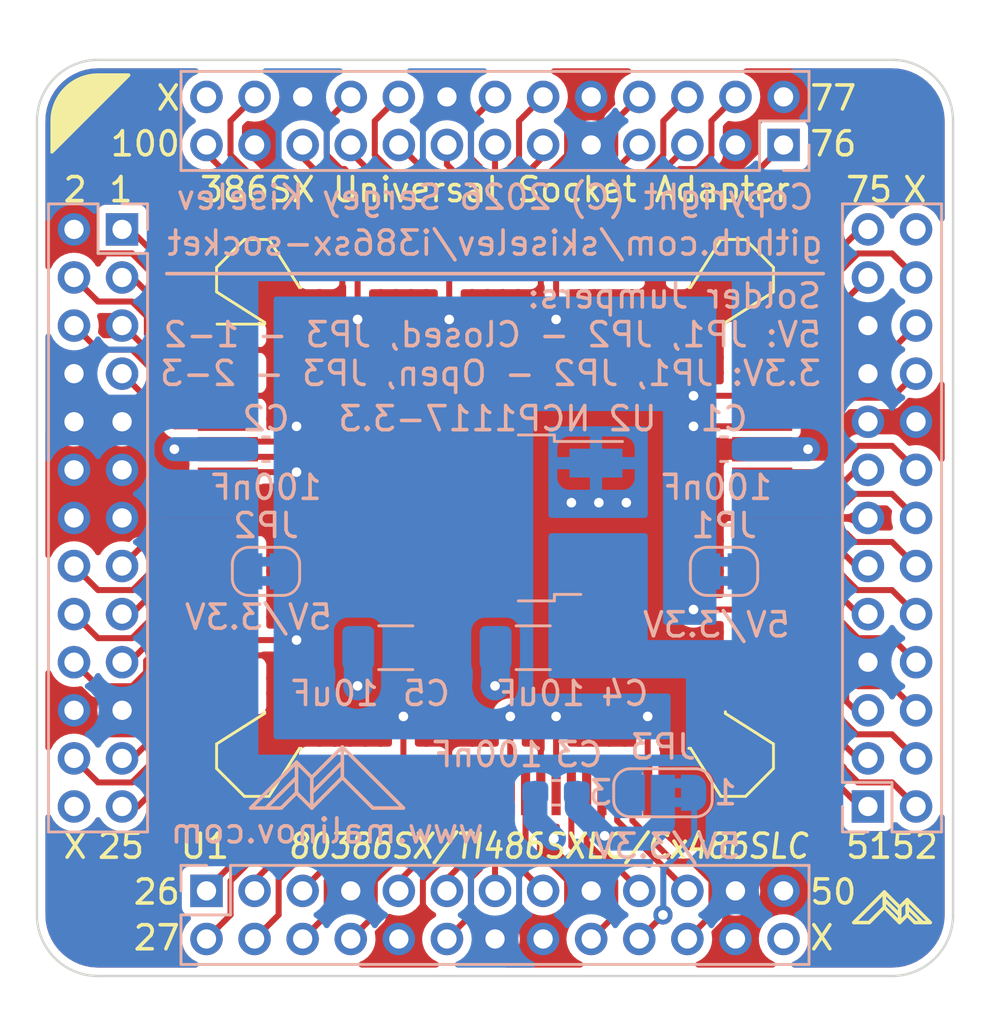
<source format=kicad_pcb>
(kicad_pcb (version 20211014) (generator pcbnew)
  (title_block (title "386SX Universal Socket Adapter") (date "2026-01-27") (rev "1.0") (company "Copyright (C) 2026 Sergey Kiselev") (comment 1 "https://github.com/skiselev/i386sx-socket") (comment 2 "Documentation and design files:"))
  (layers (0 "F.Cu" signal) (31 "B.Cu" signal) (34 "B.Paste" user) (35 "F.Paste" user) (36 "B.SilkS" user "B.Silkscreen") (37 "F.SilkS" user "F.Silkscreen") (38 "B.Mask" user) (39 "F.Mask" user) (44 "Edge.Cuts" user))
  (net 0 "")
  (net 1 "/VCC_CORE")
  (net 2 "GND")
  (net 3 "/~{RPLSET}{slash}VCC5")
  (net 4 "VCC")
  (net 5 "/D0")
  (net 6 "/HOLD")
  (net 7 "/HLDA")
  (net 8 "/~{NA}")
  (net 9 "/~{READY}")
  (net 10 "/~{ADS}")
  (net 11 "/CLK2")
  (net 12 "/A1")
  (net 13 "/~{BLE}")
  (net 14 "/~{SMADS}")
  (net 15 "/~{BHE}")
  (net 16 "/D{slash}~{C}")
  (net 17 "/M{slash}~{IO}")
  (net 18 "/W{slash}~{R}")
  (net 19 "/NC")
  (net 20 "/~{LOCK}")
  (net 21 "/~{KEN}")
  (net 22 "/~{FLT}")
  (net 23 "/~{A20M}")
  (net 24 "/~{FLUSH}")
  (net 25 "/RESET")
  (net 26 "/~{BUSY}")
  (net 27 "/PEREQ")
  (net 28 "/~{ERROR}")
  (net 29 "/NMI")
  (net 30 "/INTR")
  (net 31 "/~{SUSP}")
  (net 32 "/~{RPLSET}")
  (net 33 "/~{SUSPA}")
  (net 34 "/~{SMI}")
  (net 35 "/~{RPLVAL}")
  (net 36 "/A3")
  (net 37 "/A2")
  (net 38 "/A5")
  (net 39 "/A4")
  (net 40 "/A7")
  (net 41 "/A6")
  (net 42 "/A8")
  (net 43 "/A10")
  (net 44 "/A9")
  (net 45 "/A12")
  (net 46 "/A11")
  (net 47 "/A13")
  (net 48 "/A15")
  (net 49 "/A14")
  (net 50 "/A16")
  (net 51 "/A17")
  (net 52 "/A19")
  (net 53 "/A18")
  (net 54 "/A20")
  (net 55 "/A21")
  (net 56 "/A22")
  (net 57 "/D15")
  (net 58 "/A23")
  (net 59 "/D13")
  (net 60 "/D14")
  (net 61 "/D11")
  (net 62 "/D12")
  (net 63 "/D9")
  (net 64 "/D10")
  (net 65 "/D8")
  (net 66 "/D6")
  (net 67 "/D7")
  (net 68 "/D4")
  (net 69 "/D5")
  (net 70 "/D3")
  (net 71 "/D2")
  (net 72 "/D1")
  (footprint "My_Components:PQFP-100_19x19mm_P0.635mm_i386sx" (layer "F.Cu") (at 146.05 82.55)
    (fp_text reference "U1")
    (fp_text value "80386SX/TI486SXLC/Cx486SLC")
  )
  (footprint "Jumper:SolderJumper-2_P1.3mm_Bridged2Bar_RoundedPad1.0x1.5mm" (layer "B.Cu") (at 136.525 84.7725)
    (fp_text reference "JP2")
    (fp_text value "5V/3.3V")
  )
  (footprint "Capacitor_SMD:C_0603_1608Metric_Pad1.08x0.95mm_HandSolder" (layer "B.Cu") (at 148.59 93.98 180)
    (fp_text reference "C3")
    (fp_text value "100nF")
  )
  (footprint "Connector_PinHeader_2.00mm:PinHeader_2x13_P2.00mm_Vertical" (layer "B.Cu") (at 158.05 67.04 90)
    (fp_text reference "J4" hide)
    (fp_text value "CPU 76-100")
  )
  (footprint "Capacitor_SMD:C_0603_1608Metric_Pad1.08x0.95mm_HandSolder" (layer "B.Cu") (at 136.525 79.6925 180)
    (fp_text reference "C2")
    (fp_text value "100nF")
  )
  (footprint "Jumper:SolderJumper-3_P1.3mm_Bridged2Bar12_RoundedPad1.0x1.5mm_NumberLabels" (layer "B.Cu") (at 153.035 93.98 180)
    (fp_text reference "JP3")
    (fp_text value "5V/3.3V")
  )
  (footprint "Capacitor_SMD:C_0603_1608Metric_Pad1.08x0.95mm_HandSolder" (layer "B.Cu") (at 155.575 79.6925)
    (fp_text reference "C1")
    (fp_text value "100nF")
  )
  (footprint "Jumper:SolderJumper-2_P1.3mm_Bridged2Bar_RoundedPad1.0x1.5mm" (layer "B.Cu") (at 155.575 84.7725 180)
    (fp_text reference "JP1")
    (fp_text value "5V/3.3V")
  )
  (footprint "Connector_PinHeader_2.00mm:PinHeader_2x13_P2.00mm_Vertical" (layer "B.Cu") (at 134.05 98.06 -90)
    (fp_text reference "J2" hide)
    (fp_text value "CPU 26-50")
  )
  (footprint "Connector_PinHeader_2.00mm:PinHeader_2x13_P2.00mm_Vertical" (layer "B.Cu") (at 161.56 94.55)
    (fp_text reference "J3" hide)
    (fp_text value "CPU 51-75")
  )
  (footprint "Capacitor_SMD:C_1206_3216Metric_Pad1.33x1.80mm_HandSolder" (layer "B.Cu") (at 141.9225 87.9475 180)
    (fp_text reference "C5")
    (fp_text value "10uF")
  )
  (footprint "Package_TO_SOT_SMD:TO-252-2" (layer "B.Cu") (at 146.05 82.55 180)
    (fp_text reference "U2")
    (fp_text value "NCP1117-3.3")
  )
  (footprint "Capacitor_SMD:C_1206_3216Metric_Pad1.33x1.80mm_HandSolder" (layer "B.Cu") (at 147.6375 87.9475 180)
    (fp_text reference "C4")
    (fp_text value "10uF")
  )
  (footprint "Connector_PinHeader_2.00mm:PinHeader_2x13_P2.00mm_Vertical" (layer "B.Cu") (at 130.54 70.55 180)
    (fp_text reference "J1" hide)
    (fp_text value "CPU 1-25")
  )
  (gr_line (start 137.795 93.345) (end 136.525 94.615) (layer "B.SilkS") (width 0.15))
  (gr_line (start 139.7 92.075) (end 138.43 93.345) (layer "B.SilkS") (width 0.15))
  (gr_line (start 137.16 94.615) (end 137.795 93.98) (layer "B.SilkS") (width 0.15))
  (gr_line (start 138.43 93.345) (end 138.43 94.615) (layer "B.SilkS") (width 0.15))
  (gr_line (start 137.795 93.98) (end 138.43 94.615) (layer "B.SilkS") (width 0.15))
  (gr_line (start 140.97 94.615) (end 142.24 94.615) (layer "B.SilkS") (width 0.15))
  (gr_line (start 137.795 92.71) (end 135.89 94.615) (layer "B.SilkS") (width 0.15))
  (gr_line (start 139.7 92.71) (end 138.43 93.98) (layer "B.SilkS") (width 0.15))
  (gr_line (start 132.3975 72.39) (end 159.7025 72.39) (layer "B.SilkS") (width 0.15))
  (gr_line (start 139.7 92.075) (end 139.7 93.345) (layer "B.SilkS") (width 0.15))
  (gr_line (start 139.7 93.345) (end 140.97 94.615) (layer "B.SilkS") (width 0.15))
  (gr_line (start 137.795 92.71) (end 137.795 93.98) (layer "B.SilkS") (width 0.15))
  (gr_line (start 138.43 93.345) (end 137.795 92.71) (layer "B.SilkS") (width 0.15))
  (gr_line (start 138.43 94.615) (end 139.7 93.345) (layer "B.SilkS") (width 0.15))
  (gr_line (start 135.89 94.615) (end 137.16 94.615) (layer "B.SilkS") (width 0.15))
  (gr_line (start 142.24 94.615) (end 139.7 92.075) (layer "B.SilkS") (width 0.15))
  (gr_line (start 163.195 99.06) (end 162.8775 99.3775) (layer "F.SilkS") (width 0.15))
  (gr_line (start 163.195 98.425) (end 163.195 99.06) (layer "F.SilkS") (width 0.15))
  (gr_line (start 163.195 98.425) (end 164.1475 99.3775) (layer "F.SilkS") (width 0.15))
  (gr_line (start 162.8775 99.3775) (end 162.2425 98.7425) (layer "F.SilkS") (width 0.15))
  (gr_line (start 162.2425 98.1075) (end 162.2425 98.7425) (layer "F.SilkS") (width 0.15))
  (gr_line (start 163.195 99.06) (end 163.195 98.7425) (layer "F.SilkS") (width 0.15))
  (gr_line (start 164.1475 99.3775) (end 163.5125 99.3775) (layer "F.SilkS") (width 0.15))
  (gr_poly (pts (xy 127.635 67.31) (xy 127.635 66.04) (xy 127.9525 65.0875) (xy 128.5875 64.4525) (xy 129.54 64.135) (xy 130.81 64.135)) (layer "F.SilkS") (width 0.15) (fill solid))
  (gr_line (start 162.8775 99.06) (end 162.8775 99.3775) (layer "F.SilkS") (width 0.15))
  (gr_arc (start 127.635 66.04) (mid 128.192962 64.692962) (end 129.54 64.135) (layer "F.SilkS") (width 0.15))
  (gr_line (start 163.5125 99.3775) (end 163.195 99.06) (layer "F.SilkS") (width 0.15))
  (gr_line (start 162.2425 98.425) (end 162.8775 99.06) (layer "F.SilkS") (width 0.15))
  (gr_line (start 162.2425 98.7425) (end 162.2425 98.425) (layer "F.SilkS") (width 0.15))
  (gr_line (start 162.2425 98.1075) (end 162.8775 98.7425) (layer "F.SilkS") (width 0.15))
  (gr_line (start 161.6075 99.3775) (end 160.9725 99.3775) (layer "F.SilkS") (width 0.15))
  (gr_line (start 162.8775 99.06) (end 162.8775 98.7425) (layer "F.SilkS") (width 0.15))
  (gr_line (start 162.2425 98.7425) (end 161.6075 99.3775) (layer "F.SilkS") (width 0.15))
  (gr_line (start 160.9725 99.3775) (end 162.2425 98.1075) (layer "F.SilkS") (width 0.15))
  (gr_line (start 162.8775 98.7425) (end 163.195 98.425) (layer "F.SilkS") (width 0.15))
  (gr_line (start 162.8775 98.7425) (end 162.8775 99.06) (layer "F.SilkS") (width 0.15))
  (gr_line (start 163.195 98.7425) (end 163.83 99.3775) (layer "F.SilkS") (width 0.15))
  (gr_arc (start 129.54 101.6) (mid 127.743949 100.856051) (end 127 99.06) (layer "Edge.Cuts") (width 0.1))
  (gr_line (start 127 66.04) (end 127 99.06) (layer "Edge.Cuts") (width 0.1))
  (gr_arc (start 165.1 99.06) (mid 164.356051 100.856051) (end 162.56 101.6) (layer "Edge.Cuts") (width 0.1))
  (gr_line (start 162.56 63.5) (end 129.54 63.5) (layer "Edge.Cuts") (width 0.1))
  (gr_line (start 129.54 101.6) (end 162.56 101.6) (layer "Edge.Cuts") (width 0.1))
  (gr_arc (start 127 66.04) (mid 127.743949 64.243949) (end 129.54 63.5) (layer "Edge.Cuts") (width 0.1))
  (gr_line (start 165.1 99.06) (end 165.1 66.04) (layer "Edge.Cuts") (width 0.1))
  (gr_arc (start 162.56 63.5) (mid 164.356051 64.243949) (end 165.1 66.04) (layer "Edge.Cuts") (width 0.1))
  (gr_text "Copyright (C) 2026 Sergey Kiselev" (at 146.05 69.215) (layer "B.SilkS") (effects (font (size 1 1)) (justify mirror)))
  (gr_text "github.com/skiselev/i386sx-socket" (at 146.05 71.12) (layer "B.SilkS") (effects (font (size 1 1)) (justify mirror)))
  (gr_text "www.malinov.com" (at 139.065 95.5675) (layer "B.SilkS") (effects (font (size 1 1)) (justify mirror)))
  (gr_text "Solder Jumpers:\n5V: JP1, JP2 - Closed, JP3 - 1-2\n3.3V: JP1, JP2 - Open, JP3 - 2-3" (at 159.7025 74.93) (layer "B.SilkS") (effects (font (size 1 1)) (justify left mirror)))
  (gr_text "X" (at 159.0675 100.0125) (layer "F.SilkS") (effects (font (size 1 1)) (justify left)))
  (gr_text "50" (at 159.0675 98.1075) (layer "F.SilkS") (effects (font (size 1 1)) (justify left)))
  (gr_text "1" (at 130.4925 68.8975) (layer "F.SilkS") (effects (font (size 1 1))))
  (gr_text "77" (at 159.0675 65.0875) (layer "F.SilkS") (effects (font (size 1 1)) (justify left)))
  (gr_text "51" (at 161.6075 96.2025) (layer "F.SilkS") (effects (font (size 1 1))))
  (gr_text "X" (at 128.5875 96.2025) (layer "F.SilkS") (effects (font (size 1 1))))
  (gr_text "27" (at 133.0325 100.0125) (layer "F.SilkS") (effects (font (size 1 1)) (justify right)))
  (gr_text "X" (at 163.5125 68.8975) (layer "F.SilkS") (effects (font (size 1 1))))
  (gr_text "75" (at 161.6075 68.8975) (layer "F.SilkS") (effects (font (size 1 1))))
  (gr_text "386SX Universal Socket Adapter" (at 146.05 68.8975) (layer "F.SilkS") (effects (font (size 1 1))))
  (gr_text "26" (at 133.0325 98.1075) (layer "F.SilkS") (effects (font (size 1 1)) (justify right)))
  (gr_text "100" (at 133.0325 66.9925) (layer "F.SilkS") (effects (font (size 1 1)) (justify right)))
  (gr_text "25" (at 130.4925 96.2025) (layer "F.SilkS") (effects (font (size 1 1))))
  (gr_text "2" (at 128.5875 68.8975) (layer "F.SilkS") (effects (font (size 1 1))))
  (gr_text "52" (at 163.5125 96.2025) (layer "F.SilkS") (effects (font (size 1 1))))
  (gr_text "76" (at 159.0675 66.9925) (layer "F.SilkS") (effects (font (size 1 1)) (justify left)))
  (gr_text "X" (at 133.0325 65.0875) (layer "F.SilkS") (effects (font (size 1 1)) (justify right)))
  (segment (start 144.145 74.295) (end 144.145 71.4375) (width 0.25) (layer "F.Cu") (net 1))
  (segment (start 137.795 80.01) (end 137.795 80.645) (width 0.25) (layer "F.Cu") (net 1))
  (segment (start 137.795 80.01) (end 134.9375 80.01) (width 0.25) (layer "F.Cu") (net 1))
  (segment (start 148.59 74.295) (end 148.59 71.4375) (width 0.25) (layer "F.Cu") (net 1))
  (segment (start 140.335 71.4375) (end 140.335 74.295) (width 0.25) (layer "F.Cu") (net 1))
  (segment (start 137.795 79.375) (end 137.795 78.74) (width 0.25) (layer "F.Cu") (net 1))
  (segment (start 148.59 90.805) (end 148.59 93.6625) (width 0.25) (layer "F.Cu") (net 1))
  (segment (start 134.9375 87.63) (end 137.795 87.63) (width 0.25) (layer "F.Cu") (net 1))
  (segment (start 137.795 78.74) (end 137.795 80.01) (width 0.25) (layer "F.Cu") (net 1))
  (segment (start 134.9375 79.375) (end 137.795 79.375) (width 0.25) (layer "F.Cu") (net 1))
  (segment (start 142.24 93.6625) (end 142.24 90.805) (width 0.25) (layer "F.Cu") (net 1))
  (segment (start 146.685 90.805) (end 146.685 93.6625) (width 0.25) (layer "F.Cu") (net 1))
  (segment (start 154.305 78.74) (end 157.1625 78.74) (width 0.25) (layer "F.Cu") (net 1))
  (segment (start 137.795 80.645) (end 134.9375 80.645) (width 0.25) (layer "F.Cu") (net 1))
  (segment (start 157.1625 77.47) (end 154.305 77.47) (width 0.25) (layer "F.Cu") (net 1))
  (segment (start 152.4 90.805) (end 152.4 93.6625) (width 0.25) (layer "F.Cu") (net 1))
  (segment (start 157.1625 86.36) (end 154.305 86.36) (width 0.25) (layer "F.Cu") (net 1))
  (via (at 154.305 86.36) (size 0.8) (drill 0.4) (layers "F.Cu" "B.Cu") (net 1))
  (via (at 140.335 74.295) (size 0.8) (drill 0.4) (layers "F.Cu" "B.Cu") (net 1))
  (via (at 154.305 77.47) (size 0.8) (drill 0.4) (layers "F.Cu" "B.Cu") (net 1))
  (via (at 152.4 90.805) (size 0.8) (drill 0.4) (layers "F.Cu" "B.Cu") (net 1))
  (via (at 137.795 80.645) (size 0.8) (drill 0.4) (layers "F.Cu" "B.Cu") (net 1))
  (via (at 137.795 87.63) (size 0.8) (drill 0.4) (layers "F.Cu" "B.Cu") (net 1))
  (via (at 137.795 78.74) (size 0.8) (drill 0.4) (layers "F.Cu" "B.Cu") (net 1))
  (via (at 142.24 90.805) (size 0.8) (drill 0.4) (layers "F.Cu" "B.Cu") (net 1))
  (via (at 148.59 74.295) (size 0.8) (drill 0.4) (layers "F.Cu" "B.Cu") (net 1))
  (via (at 146.685 90.805) (size 0.8) (drill 0.4) (layers "F.Cu" "B.Cu") (net 1))
  (via (at 144.145 74.295) (size 0.8) (drill 0.4) (layers "F.Cu" "B.Cu") (net 1))
  (via (at 154.305 78.74) (size 0.8) (drill 0.4) (layers "F.Cu" "B.Cu") (net 1))
  (via (at 148.59 90.805) (size 0.8) (drill 0.4) (layers "F.Cu" "B.Cu") (net 1))
  (segment (start 144.145 74.295) (end 148.59 74.295) (width 0.25) (layer "B.Cu") (net 1))
  (segment (start 137.795 90.805) (end 137.795 87.63) (width 0.25) (layer "B.Cu") (net 1))
  (segment (start 137.795 78.74) (end 137.795 74.295) (width 0.25) (layer "B.Cu") (net 1))
  (segment (start 152.4 90.805) (end 148.59 90.805) (width 0.25) (layer "B.Cu") (net 1))
  (segment (start 148.59 90.805) (end 146.685 90.805) (width 0.25) (layer "B.Cu") (net 1))
  (segment (start 148.59 74.295) (end 154.305 74.295) (width 0.25) (layer "B.Cu") (net 1))
  (segment (start 137.795 74.295) (end 140.335 74.295) (width 0.25) (layer "B.Cu") (net 1))
  (segment (start 137.795 80.645) (end 137.795 78.74) (width 0.25) (layer "B.Cu") (net 1))
  (segment (start 137.175 84.7725) (end 137.795 84.7725) (width 0.25) (layer "B.Cu") (net 1))
  (segment (start 146.685 90.805) (end 142.24 90.805) (width 0.25) (layer "B.Cu") (net 1))
  (segment (start 154.305 74.295) (end 154.305 77.47) (width 0.25) (layer "B.Cu") (net 1))
  (segment (start 142.24 90.805) (end 137.795 90.805) (width 0.25) (layer "B.Cu") (net 1))
  (segment (start 137.795 84.7725) (end 137.795 82.55) (width 0.25) (layer "B.Cu") (net 1))
  (segment (start 140.335 74.295) (end 144.145 74.295) (width 0.25) (layer "B.Cu") (net 1))
  (segment (start 137.795 87.63) (end 137.795 84.7725) (width 0.25) (layer "B.Cu") (net 1))
  (segment (start 154.305 78.74) (end 154.305 77.47) (width 0.25) (layer "B.Cu") (net 1))
  (segment (start 154.305 86.36) (end 154.305 78.74) (width 0.25) (layer "B.Cu") (net 1))
  (segment (start 137.795 82.55) (end 137.795 80.645) (width 0.25) (layer "B.Cu") (net 1))
  (segment (start 147.955 93.6625) (end 147.955 96.52) (width 0.25) (layer "F.Cu") (net 2))
  (segment (start 139.3825 89.8525) (end 140.335 89.8525) (width 0.25) (layer "F.Cu") (net 2))
  (segment (start 139.3825 89.8525) (end 144.145 89.8525) (width 0.25) (layer "F.Cu") (net 2))
  (segment (start 152.7175 73.66) (end 152.4 73.3425) (width 0.25) (layer "F.Cu") (net 2))
  (segment (start 138.7475 75.2475) (end 138.7475 75.565) (width 0.25) (layer "F.Cu") (net 2))
  (segment (start 143.050489 99.059511) (end 143.050489 97.614511) (width 0.25) (layer "F.Cu") (net 2))
  (segment (start 147.6375 91.44) (end 147.955 91.7575) (width 0.25) (layer "F.Cu") (net 2))
  (segment (start 158.05 98.06) (end 155.875 95.885) (width 0.25) (layer "F.Cu") (net 2))
  (segment (start 138.7475 82.55) (end 134.9375 82.55) (width 0.25) (layer "F.Cu") (net 2))
  (segment (start 129.539511 91.549511) (end 131.017989 91.549511) (width 0.25) (layer "F.Cu") (net 2))
  (segment (start 136.8425 81.28) (end 137.4775 81.915) (width 0.25) (layer "F.Cu") (net 2))
  (segment (start 130.589241 74.55) (end 130.54 74.55) (width 0.25) (layer "F.Cu") (net 2))
  (segment (start 131.175 83.185) (end 130.54 82.55) (width 0.25) (layer "F.Cu") (net 2))
  (segment (start 138.7475 83.185) (end 134.9375 83.185) (width 0.25) (layer "F.Cu") (net 2))
  (segment (start 147.6375 75.2475) (end 147.6375 73.66) (width 0.25) (layer "F.Cu") (net 2))
  (segment (start 137.4775 81.915) (end 134.9375 81.915) (width 0.25) (layer "F.Cu") (net 2))
  (segment (start 133.511396 75.565) (end 132.52952 74.583124) (width 0.25) (layer "F.Cu") (net 2))
  (segment (start 153.035 71.4375) (end 153.035 69.375678) (width 0.25) (layer "F.Cu") (net 2))
  (segment (start 138.7475 88.5825) (end 138.7475 83.185) (width 0.25) (layer "F.Cu") (net 2))
  (segment (start 131.539511 90.075489) (end 133.35 88.265) (width 0.25) (layer "F.Cu") (net 2))
  (segment (start 144.145 96.52) (end 144.145 93.6625) (width 0.25) (layer "F.Cu") (net 2))
  (segment (start 134.9375 75.565) (end 133.511396 75.565) (width 0.25) (layer "F.Cu") (net 2))
  (segment (start 153.035 73.3425) (end 153.035 71.4375) (width 0.25) (layer "F.Cu") (net 2))
  (segment (start 152.4 73.3425) (end 152.4 71.4375) (width 0.25) (layer "F.Cu") (net 2))
  (segment (start 157.1625 80.01) (end 159.7025 80.01) (width 0.25) (layer "F.Cu") (net 2))
  (segment (start 154.94 68.58) (end 156.05 67.47) (width 0.25) (layer "F.Cu") (net 2))
  (segment (start 132.52952 73.125997) (end 130.953034 71.549511) (width 0.25) (layer "F.Cu") (net 2))
  (segment (start 147.955 71.4375) (end 147.955 68.548523) (width 0.25) (layer "F.Cu") (net 2))
  (segment (start 131.27 81.28) (end 130.54 80.55) (width 0.25) (layer "F.Cu") (net 2))
  (segment (start 134.9375 81.28) (end 131.27 81.28) (width 0.25) (layer "F.Cu") (net 2))
  (segment (start 153.3525 79.6925) (end 154.94 79.6925) (width 0.25) (layer "F.Cu") (net 2))
  (segment (start 148.5005 95.9745) (end 147.955 96.52) (width 0.25) (layer "F.Cu") (net 2))
  (segment (start 149.049511 97.614511) (end 149.049511 99.060489) (width 0.25) (layer "F.Cu") (net 2))
  (segment (start 161.56 78.55) (end 163.56 78.55) (width 0.25) (layer "F.Cu") (net 2))
  (segment (start 153.3525 95.885) (end 153.035 95.5675) (width 0.25) (layer "F.Cu") (net 2))
  (segment (start 138.7475 75.565) (end 134.9375 75.565) (width 0.25) (layer "F.Cu") (net 2))
  (segment (start 140.335 89.8525) (end 140.335 89.535) (width 0.25) (layer "F.Cu") (net 2))
  (segment (start 153.035 95.5675) (end 153.035 93.6625) (width 0.25) (layer "F.Cu") (net 2))
  (segment (start 155.875 95.885) (end 153.67 95.885) (width 0.25) (layer "F.Cu") (net 2))
  (segment (start 131.539511 91.027989) (end 131.539511 90.075489) (width 0.25) (layer "F.Cu") (net 2))
  (segment (start 138.7475 77.47) (end 134.9375 77.47) (width 0.25) (layer "F.Cu") (net 2))
  (segment (start 149.049511 67.454012) (end 149.049511 66.040489) (width 0.25) (layer "F.Cu") (net 2))
  (segment (start 134.9375 88.265) (end 136.8425 88.265) (width 0.25) (layer "F.Cu") (net 2))
  (segment (start 149.049511 99.060489) (end 148.05 100.06) (width 0.25) (layer "F.Cu") (net 2))
  (segment (start 138.111782 68.2625) (end 137.2725 68.2625) (width 0.25) (layer "F.Cu") (net 2))
  (segment (start 134.9375 81.28) (end 136.8425 81.28) (width 0.25) (layer "F.Cu") (net 2))
  (segment (start 139.7 69.850718) (end 138.111782 68.2625) (width 0.25) (layer "F.Cu") (net 2))
  (segment (start 142.05 100.06) (end 143.050489 99.059511) (width 0.25) (layer "F.Cu") (net 2))
  (segment (start 147.955 73.3425) (end 147.955 71.4375) (width 0.25) (layer "F.Cu") (net 2))
  (segment (start 147.955 68.548523) (end 149.049511 67.454012) (width 0.25) (layer "F.Cu") (net 2))
  (segment (start 157.1625 79.375) (end 160.3375 79.375) (width 0.25) (layer "F.Cu") (net 2))
  (segment (start 132.52952 74.583124) (end 132.52952 73.125997) (width 0.25) (layer "F.Cu") (net 2))
  (segment (start 153.3525 91.44) (end 153.035 91.7575) (width 0.25) (layer "F.Cu") (net 2))
  (segment (start 128.54 90.55) (end 129.539511 91.549511) (width 0.25) (layer "F.Cu") (net 2))
  (segment (start 153.67 91.7575) (end 153.3525 91.44) (width 0.25) (layer "F.Cu") (net 2))
  (segment (start 131.017989 91.549511) (end 131.539511 91.027989) (width 0.25) (layer "F.Cu") (net 2))
  (segment (start 138.7475 81.915) (end 137.4775 81.915) (width 0.25) (layer "F.Cu") (net 2))
  (segment (start 139.7 71.4375) (end 139.7 69.850718) (width 0.25) (layer "F.Cu") (net 2))
  (segment (start 147.955 96.52) (end 149.049511 97.614511) (width 0.25) (layer "F.Cu") (net 2))
  (segment (start 157.1625 82.55) (end 161.56 82.55) (width 0.25) (layer "F.Cu") (net 2))
  (segment (start 147.6375 89.8525) (end 147.6375 91.44) (width 0.25) (layer "F.Cu") (net 2))
  (segment (start 144.145 89.8525) (end 147.6375 89.8525) (width 0.25) (layer "F.Cu") (net 2))
  (segment (start 154.94 79.6925) (end 155.2575 79.375) (width 0.25) (layer "F.Cu") (net 2))
  (segment (start 139.3825 73.66) (end 139.3825 75.2475) (width 0.25) (layer "F.Cu") (net 2))
  (segment (start 152.7175 75.2475) (end 153.3525 75.2475) (width 0.25) (layer "F.Cu") (net 2))
  (segment (start 155.2575 79.375) (end 157.1625 79.375) (width 0.25) (layer "F.Cu") (net 2))
  (segment (start 153.035 69.375678) (end 153.115339 69.295339) (width 0.25) (layer "F.Cu") (net 2))
  (segment (start 152.4 70.010677) (end 153.115339 69.295339) (width 0.25) (layer "F.Cu") (net 2))
  (segment (start 137.2725 68.2625) (end 136.05 67.04) (width 0.25) (layer "F.Cu") (net 2))
  (segment (start 138.7475 83.185) (end 138.7475 82.55) (width 0.25) (layer "F.Cu") (net 2))
  (segment (start 131.3975 79.6925) (end 132.715 79.6925) (width 0.25) (layer "F.Cu") (net 2))
  (segment (start 146.3675 89.8525) (end 146.05 89.535) (width 0.25) (layer "F.Cu") (net 2))
  (segment (start 147.6375 75.2475) (end 152.7175 75.2475) (width 0.25) (layer "F.Cu") (net 2))
  (segment (start 147.6375 89.8525) (end 153.3525 89.8525) (width 0.25) (layer "F.Cu") (net 2))
  (segment (start 130.54 80.55) (end 131.3975 79.6925) (width 0.25) (layer "F.Cu") (net 2))
  (segment (start 147.6375 89.8525) (end 146.3675 89.8525) (width 0.25) (layer "F.Cu") (net 2))
  (segment (start 143.050489 97.614511) (end 144.145 96.52) (width 0.25) (layer "F.Cu") (net 2))
  (segment (start 153.3525 89.8525) (end 153.3525 91.44) (width 0.25) (layer "F.Cu") (net 2))
  (segment (start 152.7175 75.2475) (end 152.7175 73.66) (width 0.25) (layer "F.Cu") (net 2))
  (segment (start 147.6375 73.66) (end 147.955 73.3425) (width 0.25) (layer "F.Cu") (net 2))
  (segment (start 138.7475 81.915) (end 138.7475 77.47) (width 0.25) (layer "F.Cu") (net 2))
  (segment (start 134.9375 82.55) (end 130.54 82.55) (width 0.25) (layer "F.Cu") (net 2))
  (segment (start 156.05 67.04) (end 158.05 65.04) (width 0.25) (layer "F.Cu") (net 2))
  (segment (start 133.35 88.265) (end 134.9375 88.265) (width 0.25) (layer "F.Cu") (net 2))
  (segment (start 156.05 100.06) (end 158.05 98.06) (width 0.25) (layer "F.Cu") (net 2))
  (segment (start 130.54 80.55) (end 128.54 80.55) (width 0.25) (layer "F.Cu") (net 2))
  (segment (start 149.049511 66.040489) (end 150.05 65.04) (width 0.25) (layer "F.Cu") (net 2))
  (segment (start 134.9375 83.185) (end 131.175 83.185) (width 0.25) (layer "F.Cu") (net 2))
  (segment (start 152.4 71.4375) (end 152.4 70.010677) (width 0.25) (layer "F.Cu") (net 2))
  (segment (start 136.8425 88.265) (end 137.16 88.5825) (width 0.25) (layer "F.Cu") (net 2))
  (segment (start 153.035 91.7575) (end 153.035 93.6625) (width 0.25) (layer "F.Cu") (net 2))
  (segment (start 134.9375 77.47) (end 133.509242 77.47) (width 0.25) (layer "F.Cu") (net 2))
  (segment (start 129.539511 71.549511) (end 128.54 70.55) (width 0.25) (layer "F.Cu") (net 2))
  (segment (start 134.9375 81.915) (end 131.175 81.915) (width 0.25) (layer "F.Cu") (net 2))
  (segment (start 153.830678 68.58) (end 154.94 68.58) (width 0.25) (layer "F.Cu") (net 2))
  (segment (start 131.175 81.915) (end 130.54 82.55) (width 0.25) (layer "F.Cu") (net 2))
  (segment (start 159.7025 80.01) (end 161.1625 78.55) (width 0.25) (layer "F.Cu") (net 2))
  (segment (start 153.67 95.885) (end 153.3525 95.885) (width 0.25) (layer "F.Cu") (net 2))
  (segment (start 153.3525 75.2475) (end 153.3525 79.6925) (width 0.25) (layer "F.Cu") (net 2))
  (segment (start 138.7475 82.55) (end 138.7475 81.915) (width 0.25) (layer "F.Cu") (net 2))
  (segment (start 138.7475 88.5825) (end 138.7475 89.8525) (width 0.25) (layer "F.Cu") (net 2))
  (segment (start 157.1625 80.01) (end 155.2575 80.01) (width 0.25) (layer "F.Cu") (net 2))
  (segment (start 153.3525 82.55) (end 153.3525 89.8525) (width 0.25) (layer "F.Cu") (net 2))
  (segment (start 130.54 82.55) (end 128.54 82.55) (width 0.25) (layer "F.Cu") (net 2))
  (segment (start 153.115339 69.295339) (end 153.830678 68.58) (width 0.25) (layer "F.Cu") (net 2))
  (segment (start 153.3525 79.6925) (end 153.3525 82.55) (width 0.25) (layer "F.Cu") (net 2))
  (segment (start 153.67 95.885) (end 153.67 93.6625) (width 0.25) (layer "F.Cu") (net 2))
  (segment (start 148.5005 95.885) (end 148.5005 95.9745) (width 0.25) (layer "F.Cu") (net 2))
  (segment (start 156.05 67.47) (end 156.05 67.04) (width 0.25) (layer "F.Cu") (net 2))
  (segment (start 138.7475 77.47) (end 138.7475 75.565) (width 0.25) (layer "F.Cu") (net 2))
  (segment (start 139.3825 75.2475) (end 147.6375 75.2475) (width 0.25) (layer "F.Cu") (net 2))
  (segment (start 152.7175 73.66) (end 153.035 73.3425) (width 0.25) (layer "F.Cu") (net 2))
  (segment (start 138.7475 89.8525) (end 139.3825 89.8525) (width 0.25) (layer "F.Cu") (net 2))
  (segment (start 153.67 93.6625) (end 153.67 91.7575) (width 0.25) (layer "F.Cu") (net 2))
  (segment (start 144.145 93.6625) (end 144.145 89.8525) (width 0.25) (layer "F.Cu") (net 2))
  (segment (start 139.7 73.3425) (end 139.3825 73.66) (width 0.25) (layer "F.Cu") (net 2))
  (segment (start 155.2575 80.01) (end 154.94 79.6925) (width 0.25) (layer "F.Cu") (net 2))
  (segment (start 147.955 91.7575) (end 147.955 93.6625) (width 0.25) (layer "F.Cu") (net 2))
  (segment (start 139.3825 75.2475) (end 138.7475 75.2475) (width 0.25) (layer "F.Cu") (net 2))
  (segment (start 137.16 88.5825) (end 138.7475 88.5825) (width 0.25) (layer "F.Cu") (net 2))
  (segment (start 139.7 71.4375) (end 139.7 73.3425) (width 0.25) (layer "F.Cu") (net 2))
  (segment (start 133.509242 77.47) (end 130.589241 74.55) (width 0.25) (layer "F.Cu") (net 2))
  (segment (start 130.953034 71.549511) (end 129.539511 71.549511) (width 0.25) (layer "F.Cu") (net 2))
  (segment (start 153.3525 82.55) (end 157.1625 82.55) (width 0.25) (layer "F.Cu") (net 2))
  (via (at 140.335 89.535) (size 0.8) (drill 0.4) (layers "F.Cu" "B.Cu") (net 2))
  (via (at 149.225 81.915) (size 0.8) (drill 0.4) (layers "F.Cu" "B.Cu") (net 2))
  (via (at 132.715 79.6925) (size 0.8) (drill 0.4) (layers "F.Cu" "B.Cu") (net 2))
  (via (at 148.5005 95.885) (size 0.8) (drill 0.4) (layers "F.Cu" "B.Cu") (net 2))
  (via (at 159.0675 79.6925) (size 0.8) (drill 0.4) (layers "F.Cu" "B.Cu") (net 2))
  (via (at 146.05 89.535) (size 0.8) (drill 0.4) (layers "F.Cu" "B.Cu") (net 2))
  (via (at 151.511 81.915) (size 0.8) (drill 0.4) (layers "F.Cu" "B.Cu") (net 2))
  (via (at 150.368 81.915) (size 0.8) (drill 0.4) (layers "F.Cu" "B.Cu") (net 2))
  (segment (start 147.7275 95.112) (end 148.5005 95.885) (width 1) (layer "B.Cu") (net 2))
  (segment (start 149.225 81.915) (end 150.368 81.915) (width 0.25) (layer "B.Cu") (net 2))
  (segment (start 150.25 81.797) (end 150.25 80.27) (width 0.25) (layer "B.Cu") (net 2))
  (segment (start 150.368 81.915) (end 151.511 81.915) (width 0.25) (layer "B.Cu") (net 2))
  (segment (start 135.6625 79.6925) (end 132.715 79.6925) (width 1) (layer "B.Cu") (net 2))
  (segment (start 146.075 89.51) (end 146.075 87.9475) (width 1.2) (layer "B.Cu") (net 2))
  (segment (start 156.4375 79.6925) (end 159.0675 79.6925) (width 1) (layer "B.Cu") (net 2))
  (segment (start 146.05 89.535) (end 146.075 89.51) (width 1.2) (layer "B.Cu") (net 2))
  (segment (start 147.7275 93.98) (end 147.7275 95.112) (width 1) (layer "B.Cu") (net 2))
  (segment (start 140.335 89.535) (end 140.36 89.51) (width 1.2) (layer "B.Cu") (net 2))
  (segment (start 150.368 81.915) (end 150.25 81.797) (width 0.25) (layer "B.Cu") (net 2))
  (segment (start 140.36 89.51) (end 140.36 87.9475) (width 1.2) (layer "B.Cu") (net 2))
  (segment (start 150.610604 95.769397) (end 150.495 95.653793) (width 0.25) (layer "F.Cu") (net 3))
  (segment (start 150.495 95.653793) (end 150.495 93.6625) (width 0.25) (layer "F.Cu") (net 3))
  (via (at 150.610604 95.769397) (size 0.8) (drill 0.4) (layers "F.Cu" "B.Cu") (net 3))
  (segment (start 153.035 95.25) (end 152.4 95.885) (width 1) (layer "B.Cu") (net 3))
  (segment (start 150.726207 95.885) (end 150.610604 95.769397) (width 1) (layer "B.Cu") (net 3))
  (segment (start 150.610604 95.769397) (end 149.4525 94.611293) (width 1) (layer "B.Cu") (net 3))
  (segment (start 153.035 93.98) (end 153.035 95.25) (width 1) (layer "B.Cu") (net 3))
  (segment (start 149.4525 94.611293) (end 149.4525 93.98) (width 1) (layer "B.Cu") (net 3))
  (segment (start 152.4 95.885) (end 150.726207 95.885) (width 1) (layer "B.Cu") (net 3))
  (segment (start 132.08 77.47) (end 132.08 78.74) (width 0.25) (layer "B.Cu") (net 4))
  (segment (start 144.05 65.04) (end 145.049511 66.039511) (width 0.25) (layer "B.Cu") (net 4))
  (segment (start 147.050489 96.567989) (end 147.0025 96.52) (width 0.25) (layer "B.Cu") (net 4))
  (segment (start 145.049511 68.532011) (end 145.0975 68.58) (width 0.25) (layer "B.Cu") (net 4))
  (segment (start 150.05 96.71) (end 150.05 98.06) (width 0.25) (layer "B.Cu") (net 4))
  (segment (start 132.08 90.4875) (end 132.0175 90.55) (width 0.25) (layer "B.Cu") (net 4))
  (segment (start 161.56 88.55) (end 159.9875 88.55) (width 0.25) (layer "B.Cu") (net 4))
  (segment (start 135.875 84.7725) (end 132.08 84.7725) (width 0.25) (layer "B.Cu") (net 4))
  (segment (start 145.050489 96.567011) (end 145.050489 99.060489) (width 0.25) (layer "B.Cu") (net 4))
  (segment (start 149.5425 96.8375) (end 149.86 96.52) (width 0.25) (layer "B.Cu") (net 4))
  (segment (start 146.685 92.71) (end 148.59 92.71) (width 0.25) (layer "B.Cu") (net 4))
  (segment (start 159.9875 88.55) (end 160.02 88.5175) (width 0.25) (layer "B.Cu") (net 4))
  (segment (start 140.0175 96.52) (end 140.05 96.5525) (width 0.25) (layer "B.Cu") (net 4))
  (segment (start 138.05 65.04) (end 137.049511 66.040489) (width 0.25) (layer "B.Cu") (net 4))
  (segment (start 129.539511 77.549511) (end 132.000489 77.549511) (width 0.25) (layer "B.Cu") (net 4))
  (segment (start 139.050489 66.040489) (end 138.05 65.04) (width 0.25) (layer "B.Cu") (net 4))
  (segment (start 143.050489 68.404511) (end 142.875 68.58) (width 0.25) (layer "B.Cu") (net 4))
  (segment (start 128.54 76.55) (end 128.54 78.55) (width 0.25) (layer "B.Cu") (net 4))
  (segment (start 146.3675 93.0275) (end 146.685 92.71) (width 0.25) (layer "B.Cu") (net 4))
  (segment (start 129.539511 75.550489) (end 128.54 76.55) (width 0.25) (layer "B.Cu") (net 4))
  (segment (start 140.05 96.5525) (end 140.05 98.06) (width 0.25) (layer "B.Cu") (net 4))
  (segment (start 159.7025 76.5175) (end 159.7025 74.6125) (width 0.25) (layer "B.Cu") (net 4))
  (segment (start 132.08 82.55) (end 131.7625 82.2325) (width 0.25) (layer "B.Cu") (net 4))
  (segment (start 155.8925 92.71) (end 156.05 92.8675) (width 0.25) (layer "B.Cu") (net 4))
  (segment (start 159.765 74.55) (end 161.56 74.55) (width 0.25) (layer "B.Cu") (net 4))
  (segment (start 146.3675 96.52) (end 146.3675 93.0275) (width 0.25) (layer "B.Cu") (net 4))
  (segment (start 156.05 92.8675) (end 156.05 98.06) (width 0.25) (layer "B.Cu") (net 4))
  (segment (start 147.0025 96.52) (end 146.3675 96.52) (width 0.25) (layer "B.Cu") (net 4))
  (segment (start 137.049511 66.040489) (end 137.049511 68.469511) (width 0.25) (layer "B.Cu") (net 4))
  (segment (start 131.89 78.55) (end 130.54 78.55) (width 0.25) (layer "B.Cu") (net 4))
  (segment (start 159.7025 76.5175) (end 159.735 76.55) (width 0.25) (layer "B.Cu") (net 4))
  (segment (start 160.02 88.5175) (end 160.02 76.835) (width 0.25) (layer "B.Cu") (net 4))
  (segment (start 132.08 90.4875) (end 132.08 84.7725) (width 0.25) (layer "B.Cu") (net 4))
  (segment (start 132.000489 77.549511) (end 132.08 77.47) (width 0.25) (layer "B.Cu") (net 4))
  (segment (start 159.735 76.55) (end 161.56 76.55) (width 0.25) (layer "B.Cu") (net 4))
  (segment (start 131.7625 79.0575) (end 132.08 78.74) (width 0.25) (layer "B.Cu") (net 4))
  (segment (start 146.05 100.06) (end 147.050489 99.059511) (width 0.25) (layer "B.Cu") (net 4))
  (segment (start 137.049511 68.469511) (end 137.16 68.58) (width 0.25) (layer "B.Cu") (net 4))
  (segment (start 143.050489 66.039511) (end 143.050489 68.404511) (width 0.25) (layer "B.Cu") (net 4))
  (segment (start 132.08 77.47) (end 132.08 75.565) (width 0.25) (layer "B.Cu") (net 4))
  (segment (start 148.59 92.71) (end 155.8925 92.71) (width 0.25) (layer "B.Cu") (net 4))
  (segment (start 145.050489 99.060489) (end 146.05 100.06) (width 0.25) (layer "B.Cu") (net 4))
  (segment (start 138.7475 68.58) (end 142.875 68.58) (width 0.25) (layer "B.Cu") (net 4))
  (segment (start 144.05 65.04) (end 143.050489 66.039511) (width 0.25) (layer "B.Cu") (net 4))
  (segment (start 128.54 76.55) (end 129.539511 77.549511) (width 0.25) (layer "B.Cu") (net 4))
  (segment (start 146.3675 96.52) (end 145.0975 96.52) (width 0.25) (layer "B.Cu") (net 4))
  (segment (start 132.0175 90.55) (end 130.54 90.55) (width 0.25) (layer "B.Cu") (net 4))
  (segment (start 147.050489 99.059511) (end 147.050489 96.567989) (width 0.25) (layer "B.Cu") (net 4))
  (segment (start 145.0975 68.58) (end 150.05 68.58) (width 0.25) (layer "B.Cu") (net 4))
  (segment (start 150.05 68.58) (end 150.05 67.04) (width 0.25) (layer "B.Cu") (net 4))
  (segment (start 147.0025 96.52) (end 147.32 96.8375) (width 0.25) (layer "B.Cu") (net 4))
  (segment (start 132.08 75.565) (end 132.065489 75.550489) (width 0.25) (layer "B.Cu") (net 4))
  (segment (start 132.08 96.52) (end 132.08 90.4875) (width 0.25) (layer "B.Cu") (net 4))
  (segment (start 140.0175 96.52) (end 132.08 96.52) (width 0.25) (layer "B.Cu") (net 4))
  (segment (start 130.54 78.55) (end 128.54 78.55) (width 0.25) (layer "B.Cu") (net 4))
  (segment (start 142.875 68.58) (end 145.0975 68.58) (width 0.25) (layer "B.Cu") (net 4))
  (segment (start 160.02 76.835) (end 159.7025 76.5175) (width 0.25) (layer "B.Cu") (net 4))
  (segment (start 149.86 96.52) (end 150.05 96.71) (width 0.25) (layer "B.Cu") (net 4))
  (segment (start 145.049511 66.039511) (end 145.049511 68.532011) (width 0.25) (layer "B.Cu") (net 4))
  (segment (start 132.065489 75.550489) (end 129.539511 75.550489) (width 0.25) (layer "B.Cu") (net 4))
  (segment (start 138.7475 68.58) (end 139.050489 68.277011) (width 0.25) (layer "B.Cu") (net 4))
  (segment (start 139.050489 68.277011) (end 139.050489 66.040489) (width 0.25) (layer "B.Cu") (net 4))
  (segment (start 145.0975 96.52) (end 145.050489 96.567011) (width 0.25) (layer "B.Cu") (net 4))
  (segment (start 159.7025 74.6125) (end 159.765 74.55) (width 0.25) (layer "B.Cu") (net 4))
  (segment (start 132.08 84.7725) (end 132.08 82.55) (width 0.25) (layer "B.Cu") (net 4))
  (segment (start 137.16 68.58) (end 138.7475 68.58) (width 0.25) (layer "B.Cu") (net 4))
  (segment (start 147.32 96.8375) (end 149.5425 96.8375) (width 0.25) (layer "B.Cu") (net 4))
  (segment (start 132.08 78.74) (end 131.89 78.55) (width 0.25) (layer "B.Cu") (net 4))
  (segment (start 145.0975 96.52) (end 140.0175 96.52) (width 0.25) (layer "B.Cu") (net 4))
  (segment (start 131.7625 82.2325) (end 131.7625 79.0575) (width 0.25) (layer "B.Cu") (net 4))
  (segment (start 133.512113 74.93) (end 133.0325 74.450387) (width 0.25) (layer "F.Cu") (net 5))
  (segment (start 130.875 70.55) (end 130.54 70.55) (width 0.25) (layer "F.Cu") (net 5))
  (segment (start 133.0325 72.7075) (end 130.875 70.55) (width 0.25) (layer "F.Cu") (net 5))
  (segment (start 133.0325 74.450387) (end 133.0325 72.7075) (width 0.25) (layer "F.Cu") (net 5))
  (segment (start 134.9375 74.93) (end 133.512113 74.93) (width 0.25) (layer "F.Cu") (net 5))
  (segment (start 131.571762 74.168238) (end 130.954012 73.550489) (width 0.25) (layer "F.Cu") (net 6))
  (segment (start 133.50996 76.835) (end 131.571762 74.896803) (width 0.25) (layer "F.Cu") (net 6))
  (segment (start 129.540489 73.550489) (end 128.54 72.55) (width 0.25) (layer "F.Cu") (net 6))
  (segment (start 134.9375 76.835) (end 133.50996 76.835) (width 0.25) (layer "F.Cu") (net 6))
  (segment (start 130.954012 73.550489) (end 129.540489 73.550489) (width 0.25) (layer "F.Cu") (net 6))
  (segment (start 131.571762 74.896803) (end 131.571762 74.168238) (width 0.25) (layer "F.Cu") (net 6))
  (segment (start 134.9375 76.2) (end 133.510678 76.2) (width 0.25) (layer "F.Cu") (net 7))
  (segment (start 130.97 72.55) (end 130.54 72.55) (width 0.25) (layer "F.Cu") (net 7))
  (segment (start 132.08 73.66) (end 130.97 72.55) (width 0.25) (layer "F.Cu") (net 7))
  (segment (start 132.08 74.769323) (end 132.08 73.66) (width 0.25) (layer "F.Cu") (net 7))
  (segment (start 133.510678 76.2) (end 132.08 74.769323) (width 0.25) (layer "F.Cu") (net 7))
  (segment (start 134.9375 78.105) (end 133.508524 78.105) (width 0.25) (layer "F.Cu") (net 8))
  (segment (start 129.540489 75.550489) (end 128.54 74.55) (width 0.25) (layer "F.Cu") (net 8))
  (segment (start 130.954012 75.550489) (end 129.540489 75.550489) (width 0.25) (layer "F.Cu") (net 8))
  (segment (start 133.508524 78.105) (end 130.954012 75.550489) (width 0.25) (layer "F.Cu") (net 8))
  (segment (start 132.73 78.74) (end 130.54 76.55) (width 0.25) (layer "F.Cu") (net 9))
  (segment (start 134.9375 78.74) (end 132.73 78.74) (width 0.25) (layer "F.Cu") (net 9))
  (segment (start 132.08 84.455) (end 130.985489 85.549511) (width 0.25) (layer "F.Cu") (net 10))
  (segment (start 130.985489 85.549511) (end 129.539511 85.549511) (width 0.25) (layer "F.Cu") (net 10))
  (segment (start 134.9375 84.455) (end 132.08 84.455) (width 0.25) (layer "F.Cu") (net 10))
  (segment (start 129.539511 85.549511) (end 128.54 84.55) (width 0.25) (layer "F.Cu") (net 10))
  (segment (start 134.9375 83.82) (end 131.27 83.82) (width 0.25) (layer "F.Cu") (net 11))
  (segment (start 131.27 83.82) (end 130.54 84.55) (width 0.25) (layer "F.Cu") (net 11))
  (segment (start 129.539511 87.549511) (end 128.54 86.55) (width 0.25) (layer "F.Cu") (net 12))
  (segment (start 134.9375 85.725) (end 132.778523 85.725) (width 0.25) (layer "F.Cu") (net 12))
  (segment (start 130.954012 87.549511) (end 129.539511 87.549511) (width 0.25) (layer "F.Cu") (net 12))
  (segment (start 132.778523 85.725) (end 130.954012 87.549511) (width 0.25) (layer "F.Cu") (net 12))
  (segment (start 132.3975 85.09) (end 130.9375 86.55) (width 0.25) (layer "F.Cu") (net 13))
  (segment (start 134.9375 85.09) (end 132.3975 85.09) (width 0.25) (layer "F.Cu") (net 13))
  (segment (start 130.9375 86.55) (end 130.54 86.55) (width 0.25) (layer "F.Cu") (net 13))
  (segment (start 129.539511 89.549511) (end 128.54 88.55) (width 0.25) (layer "F.Cu") (net 14))
  (segment (start 133.033218 86.995) (end 131.539511 88.488707) (width 0.25) (layer "F.Cu") (net 14))
  (segment (start 131.539511 88.964012) (end 130.954012 89.549511) (width 0.25) (layer "F.Cu") (net 14))
  (segment (start 130.954012 89.549511) (end 129.539511 89.549511) (width 0.25) (layer "F.Cu") (net 14))
  (segment (start 134.9375 86.995) (end 133.033218 86.995) (width 0.25) (layer "F.Cu") (net 14))
  (segment (start 131.539511 88.488707) (end 131.539511 88.964012) (width 0.25) (layer "F.Cu") (net 14))
  (segment (start 130.8425 88.55) (end 130.54 88.55) (width 0.25) (layer "F.Cu") (net 15))
  (segment (start 134.9375 86.36) (end 133.0325 86.36) (width 0.25) (layer "F.Cu") (net 15))
  (segment (start 133.0325 86.36) (end 130.8425 88.55) (width 0.25) (layer "F.Cu") (net 15))
  (segment (start 132.529879 90.356557) (end 133.351436 89.535) (width 0.25) (layer "F.Cu") (net 16))
  (segment (start 133.351436 89.535) (end 134.9375 89.535) (width 0.25) (layer "F.Cu") (net 16))
  (segment (start 130.953034 93.550489) (end 132.529879 91.973644) (width 0.25) (layer "F.Cu") (net 16))
  (segment (start 129.540489 93.550489) (end 130.953034 93.550489) (width 0.25) (layer "F.Cu") (net 16))
  (segment (start 132.529879 91.973644) (end 132.529879 90.356557) (width 0.25) (layer "F.Cu") (net 16))
  (segment (start 128.54 92.55) (end 129.540489 93.550489) (width 0.25) (layer "F.Cu") (net 16))
  (segment (start 132.080359 91.439641) (end 132.080359 90.170359) (width 0.25) (layer "F.Cu") (net 17))
  (segment (start 132.080359 90.170359) (end 133.350718 88.9) (width 0.25) (layer "F.Cu") (net 17))
  (segment (start 130.54 92.55) (end 130.97 92.55) (width 0.25) (layer "F.Cu") (net 17))
  (segment (start 130.97 92.55) (end 132.080359 91.439641) (width 0.25) (layer "F.Cu") (net 17))
  (segment (start 133.350718 88.9) (end 134.9375 88.9) (width 0.25) (layer "F.Cu") (net 17))
  (segment (start 133.0325 92.71) (end 133.0325 90.64625) (width 0.25) (layer "F.Cu") (net 18))
  (segment (start 130.54 94.55) (end 131.1925 94.55) (width 0.25) (layer "F.Cu") (net 18))
  (segment (start 133.0325 90.64625) (end 133.50875 90.17) (width 0.25) (layer "F.Cu") (net 18))
  (segment (start 133.50875 90.17) (end 134.9375 90.17) (width 0.25) (layer "F.Cu") (net 18))
  (segment (start 131.1925 94.55) (end 133.0325 92.71) (width 0.25) (layer "F.Cu") (net 18))
  (segment (start 138.400806 95.7528) (end 136.943677 95.7528) (width 0.25) (layer "F.Cu") (net 19))
  (segment (start 139.065 95.088606) (end 139.065 93.6625) (width 0.25) (layer "F.Cu") (net 19))
  (segment (start 138.400806 95.7528) (end 139.065 95.088606) (width 0.25) (layer "F.Cu") (net 19))
  (segment (start 135.050489 99.059511) (end 134.05 100.06) (width 0.25) (layer "F.Cu") (net 19))
  (segment (start 136.943677 95.7528) (end 135.050489 97.645988) (width 0.25) (layer "F.Cu") (net 19))
  (segment (start 135.050489 97.645988) (end 135.050489 99.059511) (width 0.25) (layer "F.Cu") (net 19))
  (segment (start 138.43 95.087888) (end 138.43 93.6625) (width 0.25) (layer "F.Cu") (net 20))
  (segment (start 134.05 98.06) (end 134.05 98.01076) (width 0.25) (layer "F.Cu") (net 20))
  (segment (start 136.75748 95.30328) (end 138.214608 95.30328) (width 0.25) (layer "F.Cu") (net 20))
  (segment (start 134.05 98.01076) (end 136.75748 95.30328) (width 0.25) (layer "F.Cu") (net 20))
  (segment (start 138.214608 95.30328) (end 138.43 95.087888) (width 0.25) (layer "F.Cu") (net 20))
  (segment (start 140.335 93.6625) (end 140.335 95.090042) (width 0.25) (layer "F.Cu") (net 21))
  (segment (start 138.587542 96.8375) (end 137.795 96.8375) (width 0.25) (layer "F.Cu") (net 21))
  (segment (start 140.335 95.090042) (end 138.587542 96.8375) (width 0.25) (layer "F.Cu") (net 21))
  (segment (start 137.050489 99.059511) (end 136.05 100.06) (width 0.25) (layer "F.Cu") (net 21))
  (segment (start 137.795 96.8375) (end 137.050489 97.582011) (width 0.25) (layer "F.Cu") (net 21))
  (segment (start 137.050489 97.582011) (end 137.050489 99.059511) (width 0.25) (layer "F.Cu") (net 21))
  (segment (start 137.47732 96.20232) (end 136.05 97.629641) (width 0.25) (layer "F.Cu") (net 22))
  (segment (start 139.7 95.089324) (end 138.587004 96.20232) (width 0.25) (layer "F.Cu") (net 22))
  (segment (start 139.7 93.6625) (end 139.7 95.089324) (width 0.25) (layer "F.Cu") (net 22))
  (segment (start 136.05 97.629641) (end 136.05 98.06) (width 0.25) (layer "F.Cu") (net 22))
  (segment (start 138.587004 96.20232) (end 137.47732 96.20232) (width 0.25) (layer "F.Cu") (net 22))
  (segment (start 139.050489 99.059511) (end 138.05 100.06) (width 0.25) (layer "F.Cu") (net 23))
  (segment (start 139.050489 97.645988) (end 139.050489 99.059511) (width 0.25) (layer "F.Cu") (net 23))
  (segment (start 141.605 93.6625) (end 141.605 95.091477) (width 0.25) (layer "F.Cu") (net 23))
  (segment (start 141.605 95.091477) (end 139.050489 97.645988) (width 0.25) (layer "F.Cu") (net 23))
  (segment (start 140.97 95.09076) (end 140.97 93.6625) (width 0.25) (layer "F.Cu") (net 24))
  (segment (start 138.05 98.01076) (end 140.97 95.09076) (width 0.25) (layer "F.Cu") (net 24))
  (segment (start 138.05 98.06) (end 138.05 98.01076) (width 0.25) (layer "F.Cu") (net 24))
  (segment (start 141.049511 99.060489) (end 140.05 100.06) (width 0.25) (layer "F.Cu") (net 25))
  (segment (start 142.875 93.6625) (end 142.875 95.821477) (width 0.25) (layer "F.Cu") (net 25))
  (segment (start 141.049511 97.646966) (end 141.049511 99.060489) (width 0.25) (layer "F.Cu") (net 25))
  (segment (start 142.875 95.821477) (end 141.049511 97.646966) (width 0.25) (layer "F.Cu") (net 25))
  (segment (start 143.51 96.2025) (end 142.05 97.6625) (width 0.25) (layer "F.Cu") (net 26))
  (segment (start 142.05 97.6625) (end 142.05 98.06) (width 0.25) (layer "F.Cu") (net 26))
  (segment (start 143.51 93.6625) (end 143.51 96.2025) (width 0.25) (layer "F.Cu") (net 26))
  (segment (start 145.049511 99.060489) (end 145.049511 97.520489) (width 0.25) (layer "F.Cu") (net 27))
  (segment (start 145.415 97.155) (end 145.415 93.6625) (width 0.25) (layer "F.Cu") (net 27))
  (segment (start 144.05 100.06) (end 145.049511 99.060489) (width 0.25) (layer "F.Cu") (net 27))
  (segment (start 145.049511 97.520489) (end 145.415 97.155) (width 0.25) (layer "F.Cu") (net 27))
  (segment (start 144.05 98.06) (end 144.05 97.5675) (width 0.25) (layer "F.Cu") (net 28))
  (segment (start 144.05 97.5675) (end 144.78 96.8375) (width 0.25) (layer "F.Cu") (net 28))
  (segment (start 144.78 96.8375) (end 144.78 93.6625) (width 0.25) (layer "F.Cu") (net 28))
  (segment (start 146.05 98.06) (end 146.05 93.6625) (width 0.25) (layer "F.Cu") (net 29))
  (segment (start 147.32 97.33) (end 147.32 93.6625) (width 0.25) (layer "F.Cu") (net 30))
  (segment (start 148.05 98.06) (end 147.32 97.33) (width 0.25) (layer "F.Cu") (net 30))
  (segment (start 149.225 96.2025) (end 149.225 93.6625) (width 0.25) (layer "F.Cu") (net 31))
  (segment (start 151.050489 97.646966) (end 150.464012 97.060489) (width 0.25) (layer "F.Cu") (net 31))
  (segment (start 150.05 100.06) (end 151.050489 99.059511) (width 0.25) (layer "F.Cu") (net 31))
  (segment (start 150.082989 97.060489) (end 149.225 96.2025) (width 0.25) (layer "F.Cu") (net 31))
  (segment (start 151.050489 99.059511) (end 151.050489 97.646966) (width 0.25) (layer "F.Cu") (net 31))
  (segment (start 150.464012 97.060489) (end 150.082989 97.060489) (width 0.25) (layer "F.Cu") (net 31))
  (segment (start 153.035 99.075) (end 152.05 100.06) (width 0.25) (layer "F.Cu") (net 32))
  (segment (start 153.035 99.06) (end 153.035 99.075) (width 0.25) (layer "F.Cu") (net 32))
  (via (at 153.035 99.06) (size 0.8) (drill 0.4) (layers "F.Cu" "B.Cu") (net 32))
  (segment (start 153.049511 97.140489) (end 154.335 95.855) (width 0.25) (layer "B.Cu") (net 32))
  (segment (start 154.335 95.855) (end 154.335 93.98) (width 0.25) (layer "B.Cu") (net 32))
  (segment (start 153.049511 99.045489) (end 153.049511 97.140489) (width 0.25) (layer "B.Cu") (net 32))
  (segment (start 153.035 99.06) (end 153.049511 99.045489) (width 0.25) (layer "B.Cu") (net 32))
  (segment (start 150.650209 96.610969) (end 150.427578 96.610969) (width 0.25) (layer "F.Cu") (net 33))
  (segment (start 152.05 98.06) (end 152.05 98.01076) (width 0.25) (layer "F.Cu") (net 33))
  (segment (start 149.86 96.043391) (end 149.86 93.6625) (width 0.25) (layer "F.Cu") (net 33))
  (segment (start 150.427578 96.610969) (end 149.86 96.043391) (width 0.25) (layer "F.Cu") (net 33))
  (segment (start 152.05 98.01076) (end 150.650209 96.610969) (width 0.25) (layer "F.Cu") (net 33))
  (segment (start 153.463218 96.8375) (end 151.765 95.139282) (width 0.25) (layer "F.Cu") (net 34))
  (segment (start 154.241023 96.8375) (end 153.463218 96.8375) (width 0.25) (layer "F.Cu") (net 34))
  (segment (start 155.050489 97.646966) (end 154.241023 96.8375) (width 0.25) (layer "F.Cu") (net 34))
  (segment (start 155.050489 99.059511) (end 155.050489 97.646966) (width 0.25) (layer "F.Cu") (net 34))
  (segment (start 154.05 100.06) (end 155.050489 99.059511) (width 0.25) (layer "F.Cu") (net 34))
  (segment (start 151.765 95.139282) (end 151.765 93.6625) (width 0.25) (layer "F.Cu") (net 34))
  (segment (start 151.13 95.14) (end 151.13 93.6625) (width 0.25) (layer "F.Cu") (net 35))
  (segment (start 154.05 98.06) (end 151.13 95.14) (width 0.25) (layer "F.Cu") (net 35))
  (segment (start 160.560489 92.932989) (end 159.25298 91.62548) (width 0.25) (layer "F.Cu") (net 36))
  (segment (start 159.25298 90.199375) (end 158.588605 89.535) (width 0.25) (layer "F.Cu") (net 36))
  (segment (start 159.25298 91.62548) (end 159.25298 90.199375) (width 0.25) (layer "F.Cu") (net 36))
  (segment (start 160.560489 92.964012) (end 160.560489 92.932989) (width 0.25) (layer "F.Cu") (net 36))
  (segment (start 158.588605 89.535) (end 157.1625 89.535) (width 0.25) (layer "F.Cu") (net 36))
  (segment (start 161.145988 93.549511) (end 160.560489 92.964012) (width 0.25) (layer "F.Cu") (net 36))
  (segment (start 163.56 94.55) (end 162.559511 93.549511) (width 0.25) (layer "F.Cu") (net 36))
  (segment (start 162.559511 93.549511) (end 161.145988 93.549511) (width 0.25) (layer "F.Cu") (net 36))
  (segment (start 158.587887 90.17) (end 157.1625 90.17) (width 0.25) (layer "F.Cu") (net 37))
  (segment (start 161.225 94.55) (end 158.80346 92.12846) (width 0.25) (layer "F.Cu") (net 37))
  (segment (start 158.80346 92.12846) (end 158.80346 90.385573) (width 0.25) (layer "F.Cu") (net 37))
  (segment (start 158.80346 90.385573) (end 158.587887 90.17) (width 0.25) (layer "F.Cu") (net 37))
  (segment (start 161.56 94.55) (end 161.225 94.55) (width 0.25) (layer "F.Cu") (net 37))
  (segment (start 160.20548 90.67298) (end 160.20548 89.880439) (width 0.25) (layer "F.Cu") (net 38))
  (segment (start 162.559511 91.549511) (end 161.082011 91.549511) (width 0.25) (layer "F.Cu") (net 38))
  (segment (start 158.590041 88.265) (end 157.1625 88.265) (width 0.25) (layer "F.Cu") (net 38))
  (segment (start 161.082011 91.549511) (end 160.20548 90.67298) (width 0.25) (layer "F.Cu") (net 38))
  (segment (start 163.56 92.55) (end 162.559511 91.549511) (width 0.25) (layer "F.Cu") (net 38))
  (segment (start 160.20548 89.880439) (end 158.590041 88.265) (width 0.25) (layer "F.Cu") (net 38))
  (segment (start 159.7025 90.013177) (end 158.589323 88.9) (width 0.25) (layer "F.Cu") (net 39))
  (segment (start 161.56 92.55) (end 161.13 92.55) (width 0.25) (layer "F.Cu") (net 39))
  (segment (start 158.589323 88.9) (end 157.1625 88.9) (width 0.25) (layer "F.Cu") (net 39))
  (segment (start 161.13 92.55) (end 159.7025 91.1225) (width 0.25) (layer "F.Cu") (net 39))
  (segment (start 159.7025 91.1225) (end 159.7025 90.013177) (width 0.25) (layer "F.Cu") (net 39))
  (segment (start 162.560489 89.550489) (end 161.146966 89.550489) (width 0.25) (layer "F.Cu") (net 40))
  (segment (start 161.146966 89.550489) (end 158.591477 86.995) (width 0.25) (layer "F.Cu") (net 40))
  (segment (start 163.56 90.55) (end 162.560489 89.550489) (width 0.25) (layer "F.Cu") (net 40))
  (segment (start 158.591477 86.995) (end 157.1625 86.995) (width 0.25) (layer "F.Cu") (net 40))
  (segment (start 160.655 89.694241) (end 158.590759 87.63) (width 0.25) (layer "F.Cu") (net 41))
  (segment (start 161.035 90.55) (end 160.655 90.17) (width 0.25) (layer "F.Cu") (net 41))
  (segment (start 161.56 90.55) (end 161.035 90.55) (width 0.25) (layer "F.Cu") (net 41))
  (segment (start 158.590759 87.63) (end 157.1625 87.63) (width 0.25) (layer "F.Cu") (net 41))
  (segment (start 160.655 90.17) (end 160.655 89.694241) (width 0.25) (layer "F.Cu") (net 41))
  (segment (start 159.321477 85.725) (end 157.1625 85.725) (width 0.25) (layer "F.Cu") (net 42))
  (segment (start 163.56 88.55) (end 162.560489 87.550489) (width 0.25) (layer "F.Cu") (net 42))
  (segment (start 162.560489 87.550489) (end 161.146966 87.550489) (width 0.25) (layer "F.Cu") (net 42))
  (segment (start 161.146966 87.550489) (end 159.321477 85.725) (width 0.25) (layer "F.Cu") (net 42))
  (segment (start 162.560489 85.550489) (end 161.114771 85.550489) (width 0.25) (layer "F.Cu") (net 43))
  (segment (start 160.019282 84.455) (end 157.1625 84.455) (width 0.25) (layer "F.Cu") (net 43))
  (segment (start 163.56 86.55) (end 162.560489 85.550489) (width 0.25) (layer "F.Cu") (net 43))
  (segment (start 161.114771 85.550489) (end 160.019282 84.455) (width 0.25) (layer "F.Cu") (net 43))
  (segment (start 159.701782 85.09) (end 157.1625 85.09) (width 0.25) (layer "F.Cu") (net 44))
  (segment (start 161.56 86.55) (end 161.161782 86.55) (width 0.25) (layer "F.Cu") (net 44))
  (segment (start 161.161782 86.55) (end 159.701782 85.09) (width 0.25) (layer "F.Cu") (net 44))
  (segment (start 161.019511 83.549511) (end 162.559511 83.549511) (width 0.25) (layer "F.Cu") (net 45))
  (segment (start 160.655 83.185) (end 161.019511 83.549511) (width 0.25) (layer "F.Cu") (net 45))
  (segment (start 162.559511 83.549511) (end 163.56 84.55) (width 0.25) (layer "F.Cu") (net 45))
  (segment (start 157.1625 83.185) (end 160.655 83.185) (width 0.25) (layer "F.Cu") (net 45))
  (segment (start 161.0675 84.55) (end 161.56 84.55) (width 0.25) (layer "F.Cu") (net 46))
  (segment (start 157.1625 83.82) (end 160.3375 83.82) (width 0.25) (layer "F.Cu") (net 46))
  (segment (start 160.3375 83.82) (end 161.0675 84.55) (width 0.25) (layer "F.Cu") (net 46))
  (segment (start 160.655 81.915) (end 161.019511 81.550489) (width 0.25) (layer "F.Cu") (net 47))
  (segment (start 161.019511 81.550489) (end 162.560489 81.550489) (width 0.25) (layer "F.Cu") (net 47))
  (segment (start 162.560489 81.550489) (end 163.56 82.55) (width 0.25) (layer "F.Cu") (net 47))
  (segment (start 157.1625 81.915) (end 160.655 81.915) (width 0.25) (layer "F.Cu") (net 47))
  (segment (start 162.560489 79.550489) (end 163.56 80.55) (width 0.25) (layer "F.Cu") (net 48))
  (segment (start 161.145988 79.550489) (end 162.560489 79.550489) (width 0.25) (layer "F.Cu") (net 48))
  (segment (start 160.051477 80.645) (end 161.145988 79.550489) (width 0.25) (layer "F.Cu") (net 48))
  (segment (start 157.1625 80.645) (end 160.051477 80.645) (width 0.25) (layer "F.Cu") (net 48))
  (segment (start 157.1625 81.28) (end 160.3375 81.28) (width 0.25) (layer "F.Cu") (net 49))
  (segment (start 161.0675 80.55) (end 161.56 80.55) (width 0.25) (layer "F.Cu") (net 49))
  (segment (start 160.3375 81.28) (end 161.0675 80.55) (width 0.25) (layer "F.Cu") (net 49))
  (segment (start 157.1625 78.105) (end 160.02 78.105) (width 0.25) (layer "F.Cu") (net 50))
  (segment (start 160.02 78.105) (end 160.574511 77.550489) (width 0.25) (layer "F.Cu") (net 50))
  (segment (start 160.574511 77.550489) (end 162.559511 77.550489) (width 0.25) (layer "F.Cu") (net 50))
  (segment (start 162.559511 77.550489) (end 163.56 76.55) (width 0.25) (layer "F.Cu") (net 50))
  (segment (start 157.1625 76.835) (end 159.385 76.835) (width 0.25) (layer "F.Cu") (net 51))
  (segment (start 160.669511 75.550489) (end 162.559511 75.550489) (width 0.25) (layer "F.Cu") (net 51))
  (segment (start 159.385 76.835) (end 160.669511 75.550489) (width 0.25) (layer "F.Cu") (net 51))
  (segment (start 162.559511 75.550489) (end 163.56 74.55) (width 0.25) (layer "F.Cu") (net 51))
  (segment (start 159.57048 74.856302) (end 159.57048 73.125997) (width 0.25) (layer "F.Cu") (net 52))
  (segment (start 161.145988 71.550489) (end 162.560489 71.550489) (width 0.25) (layer "F.Cu") (net 52))
  (segment (start 158.861782 75.565) (end 159.57048 74.856302) (width 0.25) (layer "F.Cu") (net 52))
  (segment (start 159.57048 73.125997) (end 161.145988 71.550489) (width 0.25) (layer "F.Cu") (net 52))
  (segment (start 157.1625 75.565) (end 158.861782 75.565) (width 0.25) (layer "F.Cu") (net 52))
  (segment (start 162.560489 71.550489) (end 163.56 72.55) (width 0.25) (layer "F.Cu") (net 52))
  (segment (start 157.1625 76.2) (end 159.02375 76.2) (width 0.25) (layer "F.Cu") (net 53))
  (segment (start 160.02 74.09) (end 161.56 72.55) (width 0.25) (layer "F.Cu") (net 53))
  (segment (start 159.02375 76.2) (end 160.02 75.20375) (width 0.25) (layer "F.Cu") (net 53))
  (segment (start 160.02 75.20375) (end 160.02 74.09) (width 0.25) (layer "F.Cu") (net 53))
  (segment (start 159.0675 74.6125) (end 159.0675 72.7075) (width 0.25) (layer "F.Cu") (net 54))
  (segment (start 159.0675 72.7075) (end 161.225 70.55) (width 0.25) (layer "F.Cu") (net 54))
  (segment (start 157.1625 74.93) (end 158.75 74.93) (width 0.25) (layer "F.Cu") (net 54))
  (segment (start 158.75 74.93) (end 159.0675 74.6125) (width 0.25) (layer "F.Cu") (net 54))
  (segment (start 161.225 70.55) (end 161.56 70.55) (width 0.25) (layer "F.Cu") (net 54))
  (segment (start 153.67 71.4375) (end 153.67 69.573551) (width 0.25) (layer "F.Cu") (net 55))
  (segment (start 153.67 69.573551) (end 154.028551 69.215) (width 0.25) (layer "F.Cu") (net 55))
  (segment (start 155.875 69.215) (end 158.05 67.04) (width 0.25) (layer "F.Cu") (net 55))
  (segment (start 154.028551 69.215) (end 155.875 69.215) (width 0.25) (layer "F.Cu") (net 55))
  (segment (start 151.765 70.009959) (end 153.735448 68.039511) (width 0.25) (layer "F.Cu") (net 56))
  (segment (start 155.049511 67.454012) (end 155.049511 66.040489) (width 0.25) (layer "F.Cu") (net 56))
  (segment (start 151.765 71.4375) (end 151.765 70.009959) (width 0.25) (layer "F.Cu") (net 56))
  (segment (start 153.735448 68.039511) (end 154.464012 68.039511) (width 0.25) (layer "F.Cu") (net 56))
  (segment (start 154.464012 68.039511) (end 155.049511 67.454012) (width 0.25) (layer "F.Cu") (net 56))
  (segment (start 155.049511 66.040489) (end 156.05 65.04) (width 0.25) (layer "F.Cu") (net 56))
  (segment (start 150.495 70.008523) (end 153.049511 67.454012) (width 0.25) (layer "F.Cu") (net 57))
  (segment (start 153.049511 66.040489) (end 154.05 65.04) (width 0.25) (layer "F.Cu") (net 57))
  (segment (start 153.049511 67.454012) (end 153.049511 66.040489) (width 0.25) (layer "F.Cu") (net 57))
  (segment (start 150.495 71.4375) (end 150.495 70.008523) (width 0.25) (layer "F.Cu") (net 57))
  (segment (start 151.13 70.009241) (end 154.05 67.089241) (width 0.25) (layer "F.Cu") (net 58))
  (segment (start 151.13 71.4375) (end 151.13 70.009241) (width 0.25) (layer "F.Cu") (net 58))
  (segment (start 154.05 67.089241) (end 154.05 67.04) (width 0.25) (layer "F.Cu") (net 58))
  (segment (start 151.050489 66.039511) (end 152.05 65.04) (width 0.25) (layer "F.Cu") (net 59))
  (segment (start 149.225 71.4375) (end 149.225 69.278523) (width 0.25) (layer "F.Cu") (net 59))
  (segment (start 151.050489 67.453034) (end 151.050489 66.039511) (width 0.25) (layer "F.Cu") (net 59))
  (segment (start 149.225 69.278523) (end 151.050489 67.453034) (width 0.25) (layer "F.Cu") (net 59))
  (segment (start 149.86 71.4375) (end 149.86 69.279241) (width 0.25) (layer "F.Cu") (net 60))
  (segment (start 149.86 69.279241) (end 152.05 67.089241) (width 0.25) (layer "F.Cu") (net 60))
  (segment (start 152.05 67.089241) (end 152.05 67.04) (width 0.25) (layer "F.Cu") (net 60))
  (segment (start 146.685 71.4375) (end 146.685 67.945) (width 0.25) (layer "F.Cu") (net 61))
  (segment (start 146.685 67.945) (end 147.049511 67.580489) (width 0.25) (layer "F.Cu") (net 61))
  (segment (start 147.049511 66.040489) (end 148.05 65.04) (width 0.25) (layer "F.Cu") (net 61))
  (segment (start 147.049511 67.580489) (end 147.049511 66.040489) (width 0.25) (layer "F.Cu") (net 61))
  (segment (start 147.32 68.2625) (end 148.05 67.5325) (width 0.25) (layer "F.Cu") (net 62))
  (segment (start 147.32 71.4375) (end 147.32 68.2625) (width 0.25) (layer "F.Cu") (net 62))
  (segment (start 148.05 67.5325) (end 148.05 67.04) (width 0.25) (layer "F.Cu") (net 62))
  (segment (start 145.415 67.945) (end 145.049511 67.579511) (width 0.25) (layer "F.Cu") (net 63))
  (segment (start 145.415 71.4375) (end 145.415 67.945) (width 0.25) (layer "F.Cu") (net 63))
  (segment (start 145.049511 66.040489) (end 146.05 65.04) (width 0.25) (layer "F.Cu") (net 63))
  (segment (start 145.049511 67.579511) (end 145.049511 66.040489) (width 0.25) (layer "F.Cu") (net 63))
  (segment (start 146.05 71.4375) (end 146.05 67.04) (width 0.25) (layer "F.Cu") (net 64))
  (segment (start 144.78 71.4375) (end 144.78 68.58) (width 0.25) (layer "F.Cu") (net 65))
  (segment (start 144.05 67.85) (end 144.05 67.04) (width 0.25) (layer "F.Cu") (net 65))
  (segment (start 144.78 68.58) (end 144.05 67.85) (width 0.25) (layer "F.Cu") (net 65))
  (segment (start 141.049511 66.040489) (end 142.05 65.04) (width 0.25) (layer "F.Cu") (net 66))
  (segment (start 141.049511 67.453034) (end 141.049511 66.040489) (width 0.25) (layer "F.Cu") (net 66))
  (segment (start 142.875 69.278523) (end 141.049511 67.453034) (width 0.25) (layer "F.Cu") (net 66))
  (segment (start 142.875 71.4375) (end 142.875 69.278523) (width 0.25) (layer "F.Cu") (net 66))
  (segment (start 143.51 71.4375) (end 143.51 68.5) (width 0.25) (layer "F.Cu") (net 67))
  (segment (start 143.51 68.5) (end 142.05 67.04) (width 0.25) (layer "F.Cu") (net 67))
  (segment (start 141.605 71.4375) (end 141.605 69.849282) (width 0.25) (layer "F.Cu") (net 68))
  (segment (start 139.795229 68.039511) (end 139.635988 68.039511) (width 0.25) (layer "F.Cu") (net 68))
  (segment (start 139.050489 66.039511) (end 140.05 65.04) (width 0.25) (layer "F.Cu") (net 68))
  (segment (start 141.605 69.849282) (end 139.795229 68.039511) (width 0.25) (layer "F.Cu") (net 68))
  (segment (start 139.050489 67.454012) (end 139.050489 66.039511) (width 0.25) (layer "F.Cu") (net 68))
  (segment (start 139.635988 68.039511) (end 139.050489 67.454012) (width 0.25) (layer "F.Cu") (net 68))
  (segment (start 140.05 67.3425) (end 140.05 67.04) (width 0.25) (layer "F.Cu") (net 69))
  (segment (start 142.24 71.4375) (end 142.24 69.5325) (width 0.25) (layer "F.Cu") (net 69))
  (segment (start 142.24 69.5325) (end 140.05 67.3425) (width 0.25) (layer "F.Cu") (net 69))
  (segment (start 138.974031 68.489031) (end 138.05 67.565) (width 0.25) (layer "F.Cu") (net 70))
  (segment (start 140.97 69.85) (end 139.609031 68.489031) (width 0.25) (layer "F.Cu") (net 70))
  (segment (start 140.97 71.4375) (end 140.97 69.85) (width 0.25) (layer "F.Cu") (net 70))
  (segment (start 138.05 67.565) (end 138.05 67.04) (width 0.25) (layer "F.Cu") (net 70))
  (segment (start 139.609031 68.489031) (end 138.974031 68.489031) (width 0.25) (layer "F.Cu") (net 70))
  (segment (start 139.065 69.851436) (end 137.925584 68.71202) (width 0.25) (layer "F.Cu") (net 71))
  (segment (start 139.065 71.4375) (end 139.065 69.851436) (width 0.25) (layer "F.Cu") (net 71))
  (segment (start 135.049511 66.040489) (end 136.05 65.04) (width 0.25) (layer "F.Cu") (net 71))
  (segment (start 136.308497 68.71202) (end 135.049511 67.453034) (width 0.25) (layer "F.Cu") (net 71))
  (segment (start 135.049511 67.453034) (end 135.049511 66.040489) (width 0.25) (layer "F.Cu") (net 71))
  (segment (start 137.925584 68.71202) (end 136.308497 68.71202) (width 0.25) (layer "F.Cu") (net 71))
  (segment (start 138.43 69.852154) (end 137.739386 69.16154) (width 0.25) (layer "F.Cu") (net 72))
  (segment (start 138.43 71.4375) (end 138.43 69.852154) (width 0.25) (layer "F.Cu") (net 72))
  (segment (start 135.820669 69.16154) (end 134.05 67.390871) (width 0.25) (layer "F.Cu") (net 72))
  (segment (start 134.05 67.390871) (end 134.05 67.04) (width 0.25) (layer "F.Cu") (net 72))
  (segment (start 137.739386 69.16154) (end 135.820669 69.16154) (width 0.25) (layer "F.Cu") (net 72))
  (zone (net 2) (net_name "GND") (layer "F.Cu") (connect_pads yes (clearance 0.35)) (min_thickness 0.254) (fill yes (thermal_gap 0.508) (thermal_bridge_width 0.508))
    (polygon (pts (xy 165.1 101.6) (xy 127 101.6) (xy 127 63.5) (xy 165.1 63.5)))
  )
  (zone (net 2) (net_name "GND") (layer "B.Cu") (connect_pads (clearance 0.35)) (min_thickness 0.254) (fill yes (thermal_gap 0.508) (thermal_bridge_width 0.508))
    (polygon (pts (xy 152.4 82.55) (xy 148.2725 82.55) (xy 148.2725 78.74) (xy 152.4 78.74)))
  )
  (zone (net 1) (net_name "/VCC_CORE") (layer "B.Cu") (connect_pads yes (clearance 0.35)) (min_thickness 0.254) (fill yes (thermal_gap 0.508) (thermal_bridge_width 0.508))
    (polygon (pts (xy 155.2575 86.995) (xy 153.035 86.995) (xy 153.035 78.105) (xy 147.6375 78.105) (xy 147.6375 89.8525) (xy 153.3525 89.8525) (xy 153.3525 91.7575) (xy 136.8425 91.7575) (xy 136.8425 73.3425) (xy 155.2575 73.3425)))
  )
  (zone (net 4) (net_name "VCC") (layer "B.Cu") (connect_pads yes (clearance 0.35)) (min_thickness 0.254) (fill yes (thermal_gap 0.508) (thermal_bridge_width 0.508))
    (polygon (pts (xy 165.1 82.55) (xy 155.8925 82.55) (xy 155.8925 72.7075) (xy 136.2075 72.7075) (xy 136.2075 82.55) (xy 127 82.55) (xy 127 63.5) (xy 165.1 63.5)))
  )
  (zone (net 4) (net_name "VCC") (layer "B.Cu") (connect_pads yes (clearance 0.35)) (min_thickness 0.254) (fill yes (thermal_gap 0.508) (thermal_bridge_width 0.508))
    (polygon (pts (xy 165.1 101.6) (xy 127 101.6) (xy 127 82.55) (xy 136.2075 82.55) (xy 136.2075 92.3925) (xy 153.9875 92.3925) (xy 153.9875 89.2175) (xy 148.2725 89.2175) (xy 148.2725 83.185) (xy 152.4 83.185) (xy 152.4 87.63) (xy 155.8925 87.63) (xy 155.8925 82.55) (xy 165.1 82.55)))
  )
)
</source>
